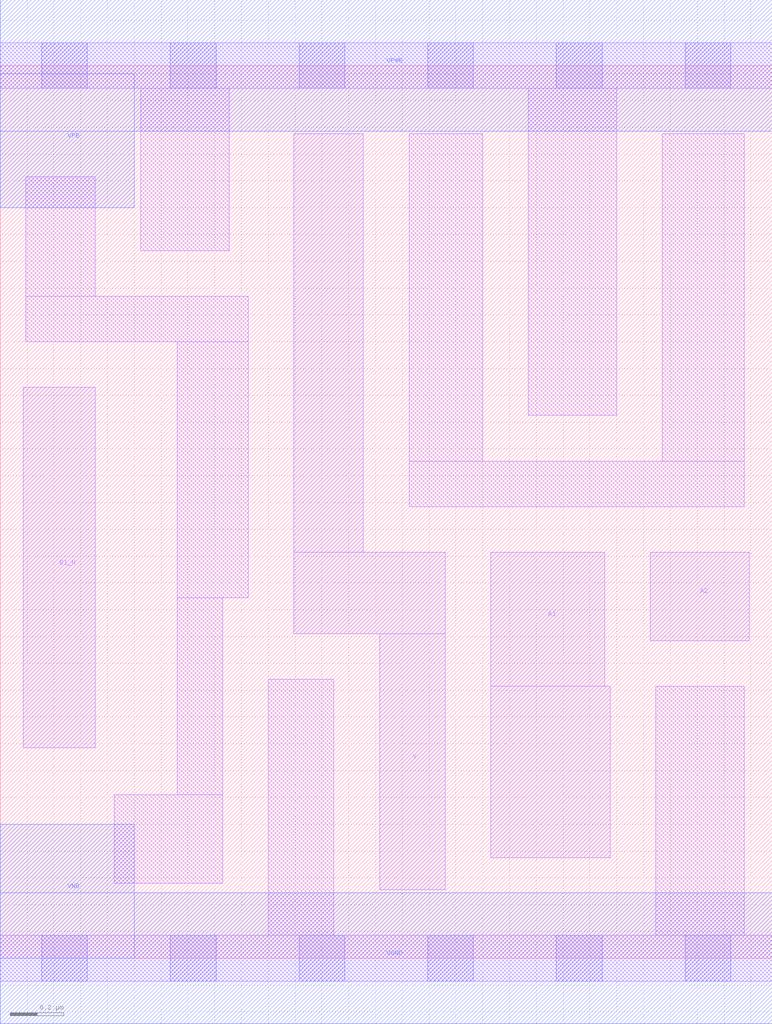
<source format=lef>
# Copyright 2020 The SkyWater PDK Authors
#
# Licensed under the Apache License, Version 2.0 (the "License");
# you may not use this file except in compliance with the License.
# You may obtain a copy of the License at
#
#     https://www.apache.org/licenses/LICENSE-2.0
#
# Unless required by applicable law or agreed to in writing, software
# distributed under the License is distributed on an "AS IS" BASIS,
# WITHOUT WARRANTIES OR CONDITIONS OF ANY KIND, either express or implied.
# See the License for the specific language governing permissions and
# limitations under the License.
#
# SPDX-License-Identifier: Apache-2.0

VERSION 5.5 ;
NAMESCASESENSITIVE ON ;
BUSBITCHARS "[]" ;
DIVIDERCHAR "/" ;
MACRO sky130_fd_sc_lp__a21boi_1
  CLASS CORE ;
  SOURCE USER ;
  ORIGIN  0.000000  0.000000 ;
  SIZE  2.880000 BY  3.330000 ;
  SYMMETRY X Y R90 ;
  SITE unit ;
  PIN A1
    ANTENNAGATEAREA  0.315000 ;
    DIRECTION INPUT ;
    USE SIGNAL ;
    PORT
      LAYER li1 ;
        RECT 1.830000 0.375000 2.275000 1.015000 ;
        RECT 1.830000 1.015000 2.255000 1.515000 ;
    END
  END A1
  PIN A2
    ANTENNAGATEAREA  0.315000 ;
    DIRECTION INPUT ;
    USE SIGNAL ;
    PORT
      LAYER li1 ;
        RECT 2.425000 1.185000 2.795000 1.515000 ;
    END
  END A2
  PIN B1_N
    ANTENNAGATEAREA  0.126000 ;
    DIRECTION INPUT ;
    USE SIGNAL ;
    PORT
      LAYER li1 ;
        RECT 0.085000 0.785000 0.355000 2.130000 ;
    END
  END B1_N
  PIN Y
    ANTENNADIFFAREA  0.623700 ;
    DIRECTION OUTPUT ;
    USE SIGNAL ;
    PORT
      LAYER li1 ;
        RECT 1.095000 1.210000 1.660000 1.515000 ;
        RECT 1.095000 1.515000 1.355000 3.075000 ;
        RECT 1.415000 0.255000 1.660000 1.210000 ;
    END
  END Y
  PIN VGND
    DIRECTION INOUT ;
    USE GROUND ;
    PORT
      LAYER met1 ;
        RECT 0.000000 -0.245000 2.880000 0.245000 ;
    END
  END VGND
  PIN VNB
    DIRECTION INOUT ;
    USE GROUND ;
    PORT
      LAYER met1 ;
        RECT 0.000000 0.000000 0.500000 0.500000 ;
    END
  END VNB
  PIN VPB
    DIRECTION INOUT ;
    USE POWER ;
    PORT
      LAYER met1 ;
        RECT 0.000000 2.800000 0.500000 3.300000 ;
    END
  END VPB
  PIN VPWR
    DIRECTION INOUT ;
    USE POWER ;
    PORT
      LAYER met1 ;
        RECT 0.000000 3.085000 2.880000 3.575000 ;
    END
  END VPWR
  OBS
    LAYER li1 ;
      RECT 0.000000 -0.085000 2.880000 0.085000 ;
      RECT 0.000000  3.245000 2.880000 3.415000 ;
      RECT 0.095000  2.300000 0.925000 2.470000 ;
      RECT 0.095000  2.470000 0.355000 2.915000 ;
      RECT 0.425000  0.280000 0.830000 0.610000 ;
      RECT 0.525000  2.640000 0.855000 3.245000 ;
      RECT 0.660000  0.610000 0.830000 1.345000 ;
      RECT 0.660000  1.345000 0.925000 2.300000 ;
      RECT 1.000000  0.085000 1.245000 1.040000 ;
      RECT 1.525000  1.685000 2.775000 1.855000 ;
      RECT 1.525000  1.855000 1.800000 3.075000 ;
      RECT 1.970000  2.025000 2.300000 3.245000 ;
      RECT 2.445000  0.085000 2.775000 1.015000 ;
      RECT 2.470000  1.855000 2.775000 3.075000 ;
    LAYER mcon ;
      RECT 0.155000 -0.085000 0.325000 0.085000 ;
      RECT 0.155000  3.245000 0.325000 3.415000 ;
      RECT 0.635000 -0.085000 0.805000 0.085000 ;
      RECT 0.635000  3.245000 0.805000 3.415000 ;
      RECT 1.115000 -0.085000 1.285000 0.085000 ;
      RECT 1.115000  3.245000 1.285000 3.415000 ;
      RECT 1.595000 -0.085000 1.765000 0.085000 ;
      RECT 1.595000  3.245000 1.765000 3.415000 ;
      RECT 2.075000 -0.085000 2.245000 0.085000 ;
      RECT 2.075000  3.245000 2.245000 3.415000 ;
      RECT 2.555000 -0.085000 2.725000 0.085000 ;
      RECT 2.555000  3.245000 2.725000 3.415000 ;
  END
END sky130_fd_sc_lp__a21boi_1
END LIBRARY

</source>
